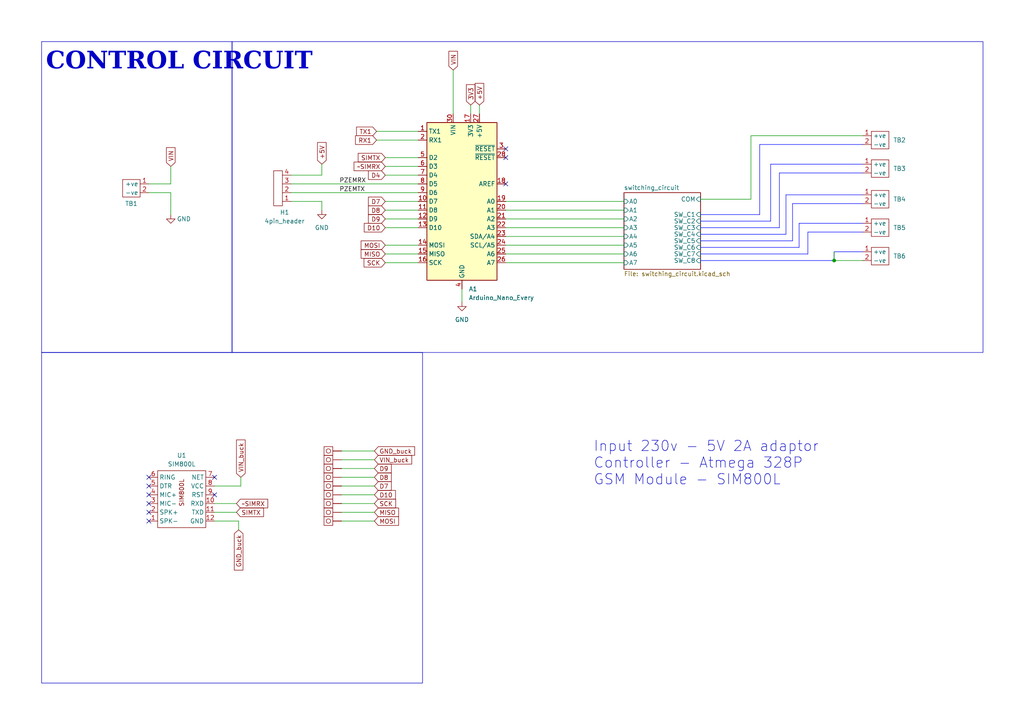
<source format=kicad_sch>
(kicad_sch (version 20230121) (generator eeschema)

  (uuid 5bfe058b-c713-4d0d-aac6-6218903343e2)

  (paper "A4")

  (title_block
    (title "Displacement power factor correction - CONTROL CIRCUIT")
    (date "2024-03-05")
    (rev "V0B")
    (company "Electrical and Electronics Engineering - NMAMIT Nitte")
  )

  (lib_symbols
    (symbol "Connector:1pin_header" (pin_numbers hide) (in_bom yes) (on_board yes)
      (property "Reference" "H" (at 0 5.715 0)
        (effects (font (size 1.27 1.27)))
      )
      (property "Value" "1pin_header" (at 0 10.16 0)
        (effects (font (size 1.27 1.27)) hide)
      )
      (property "Footprint" "Custom Library:1pin_header" (at 0 12.7 0)
        (effects (font (size 1.27 1.27)) hide)
      )
      (property "Datasheet" "" (at 0 0 0)
        (effects (font (size 1.27 1.27)) hide)
      )
      (symbol "1pin_header_0_1"
        (rectangle (start -1.27 5.08) (end 1.27 2.54)
          (stroke (width 0) (type default))
          (fill (type none))
        )
        (circle (center 0 3.81) (radius 0.635)
          (stroke (width 0) (type default))
          (fill (type none))
        )
      )
      (symbol "1pin_header_1_1"
        (pin input line (at -3.81 3.81 0) (length 2.54)
          (name "" (effects (font (size 1.27 1.27))))
          (number "1" (effects (font (size 1.27 1.27))))
        )
      )
    )
    (symbol "Connector:4pin_header" (in_bom yes) (on_board yes)
      (property "Reference" "H" (at 0 7.62 0)
        (effects (font (size 1.27 1.27)))
      )
      (property "Value" "4pin_header" (at 0 10.16 0)
        (effects (font (size 1.27 1.27)))
      )
      (property "Footprint" "Custom Library:4pin_header" (at 0 12.7 0)
        (effects (font (size 1.27 1.27)) hide)
      )
      (property "Datasheet" "" (at 0 0 0)
        (effects (font (size 1.27 1.27)) hide)
      )
      (symbol "4pin_header_0_1"
        (rectangle (start -1.27 5.08) (end 1.27 -5.08)
          (stroke (width 0) (type default))
          (fill (type none))
        )
      )
      (symbol "4pin_header_1_1"
        (pin input line (at -3.81 3.81 0) (length 2.54)
          (name "" (effects (font (size 1.27 1.27))))
          (number "1" (effects (font (size 1.27 1.27))))
        )
        (pin input line (at -3.81 1.27 0) (length 2.54)
          (name "" (effects (font (size 1.27 1.27))))
          (number "2" (effects (font (size 1.27 1.27))))
        )
        (pin input line (at -3.81 -1.27 0) (length 2.54)
          (name "" (effects (font (size 1.27 1.27))))
          (number "3" (effects (font (size 1.27 1.27))))
        )
        (pin input line (at -3.81 -3.81 0) (length 2.54)
          (name "" (effects (font (size 1.27 1.27))))
          (number "4" (effects (font (size 1.27 1.27))))
        )
      )
    )
    (symbol "Connector:terminal_block_2pos" (in_bom yes) (on_board yes)
      (property "Reference" "TB" (at 3.81 -3.81 0)
        (effects (font (size 1.27 1.27)))
      )
      (property "Value" "Terminal_block_2pos" (at 12.7 -6.35 0)
        (effects (font (size 1.27 1.27)) hide)
      )
      (property "Footprint" "Custom Library:TB_2pin" (at 13.97 -8.89 0)
        (effects (font (size 1.27 1.27)) hide)
      )
      (property "Datasheet" "" (at 0 5.08 0)
        (effects (font (size 1.27 1.27)) hide)
      )
      (symbol "terminal_block_2pos_0_1"
        (rectangle (start -2.54 2.54) (end 2.54 -2.54)
          (stroke (width 0) (type default))
          (fill (type none))
        )
      )
      (symbol "terminal_block_2pos_1_1"
        (pin bidirectional line (at -5.08 1.27 0) (length 2.54)
          (name "+ve" (effects (font (size 1.27 1.27))))
          (number "1" (effects (font (size 1.27 1.27))))
        )
        (pin bidirectional line (at -5.08 -1.27 0) (length 2.54)
          (name "-ve" (effects (font (size 1.27 1.27))))
          (number "2" (effects (font (size 1.27 1.27))))
        )
      )
    )
    (symbol "Device:SIM800L_GSM" (in_bom yes) (on_board yes)
      (property "Reference" "U" (at 12.7 -16.51 0)
        (effects (font (size 1.27 1.27)))
      )
      (property "Value" "SIM800L" (at 16.51 -18.415 0)
        (effects (font (size 1.27 1.27)))
      )
      (property "Footprint" "GSM M1:GSM M1" (at 3.175 -16.51 0)
        (effects (font (size 1.27 1.27)) hide)
      )
      (property "Datasheet" "" (at 0 0 0)
        (effects (font (size 1.27 1.27)) hide)
      )
      (symbol "SIM800L_GSM_0_1"
        (rectangle (start -2.54 1.905) (end 11.43 -14.605)
          (stroke (width 0) (type default))
          (fill (type none))
        )
      )
      (symbol "SIM800L_GSM_1_1"
        (text "SIM800L" (at 4.445 -4.445 900)
          (effects (font (size 1.27 1.27)))
        )
        (pin input line (at -5.08 -12.7 0) (length 2.54)
          (name "SPK-" (effects (font (size 1.27 1.27))))
          (number "1" (effects (font (size 1.27 1.27))))
        )
        (pin input line (at 13.97 -7.62 180) (length 2.54)
          (name "RXD" (effects (font (size 1.27 1.27))))
          (number "10" (effects (font (size 1.27 1.27))))
        )
        (pin input line (at 13.97 -10.16 180) (length 2.54)
          (name "TXD" (effects (font (size 1.27 1.27))))
          (number "11" (effects (font (size 1.27 1.27))))
        )
        (pin input line (at 13.97 -12.7 180) (length 2.54)
          (name "GND" (effects (font (size 1.27 1.27))))
          (number "12" (effects (font (size 1.27 1.27))))
        )
        (pin input line (at -5.08 -10.16 0) (length 2.54)
          (name "SPK+" (effects (font (size 1.27 1.27))))
          (number "2" (effects (font (size 1.27 1.27))))
        )
        (pin input line (at -5.08 -7.62 0) (length 2.54)
          (name "MIC-" (effects (font (size 1.27 1.27))))
          (number "3" (effects (font (size 1.27 1.27))))
        )
        (pin input line (at -5.08 -5.08 0) (length 2.54)
          (name "MIC+" (effects (font (size 1.27 1.27))))
          (number "4" (effects (font (size 1.27 1.27))))
        )
        (pin input line (at -5.08 -2.54 0) (length 2.54)
          (name "DTR" (effects (font (size 1.27 1.27))))
          (number "5" (effects (font (size 1.27 1.27))))
        )
        (pin input line (at -5.08 0 0) (length 2.54)
          (name "RING" (effects (font (size 1.27 1.27))))
          (number "6" (effects (font (size 1.27 1.27))))
        )
        (pin input line (at 13.97 0 180) (length 2.54)
          (name "NET" (effects (font (size 1.27 1.27))))
          (number "7" (effects (font (size 1.27 1.27))))
        )
        (pin input line (at 13.97 -2.54 180) (length 2.54)
          (name "VCC" (effects (font (size 1.27 1.27))))
          (number "8" (effects (font (size 1.27 1.27))))
        )
        (pin input line (at 13.97 -5.08 180) (length 2.54)
          (name "RST" (effects (font (size 1.27 1.27))))
          (number "9" (effects (font (size 1.27 1.27))))
        )
      )
    )
    (symbol "MCU_Module:Arduino_Nano_Every" (in_bom yes) (on_board yes)
      (property "Reference" "A" (at -10.16 23.495 0)
        (effects (font (size 1.27 1.27)) (justify left bottom))
      )
      (property "Value" "Arduino_Nano_Every" (at 5.08 -24.13 0)
        (effects (font (size 1.27 1.27)) (justify left top))
      )
      (property "Footprint" "Module:Arduino_Nano" (at 0 0 0)
        (effects (font (size 1.27 1.27) italic) hide)
      )
      (property "Datasheet" "https://content.arduino.cc/assets/NANOEveryV3.0_sch.pdf" (at 0 0 0)
        (effects (font (size 1.27 1.27)) hide)
      )
      (property "ki_keywords" "Arduino nano microcontroller module USB UPDI AATMega4809 AVR" (at 0 0 0)
        (effects (font (size 1.27 1.27)) hide)
      )
      (property "ki_description" "Arduino Nano Every" (at 0 0 0)
        (effects (font (size 1.27 1.27)) hide)
      )
      (property "ki_fp_filters" "Arduino*Nano*" (at 0 0 0)
        (effects (font (size 1.27 1.27)) hide)
      )
      (symbol "Arduino_Nano_Every_0_1"
        (rectangle (start -10.16 22.86) (end 10.16 -22.86)
          (stroke (width 0.254) (type default))
          (fill (type background))
        )
      )
      (symbol "Arduino_Nano_Every_1_1"
        (pin bidirectional line (at -12.7 20.32 0) (length 2.54)
          (name "TX1" (effects (font (size 1.27 1.27))))
          (number "1" (effects (font (size 1.27 1.27))))
        )
        (pin bidirectional line (at -12.7 0 0) (length 2.54)
          (name "D7" (effects (font (size 1.27 1.27))))
          (number "10" (effects (font (size 1.27 1.27))))
        )
        (pin bidirectional line (at -12.7 -2.54 0) (length 2.54)
          (name "D8" (effects (font (size 1.27 1.27))))
          (number "11" (effects (font (size 1.27 1.27))))
        )
        (pin bidirectional line (at -12.7 -5.08 0) (length 2.54)
          (name "D9" (effects (font (size 1.27 1.27))))
          (number "12" (effects (font (size 1.27 1.27))))
        )
        (pin bidirectional line (at -12.7 -7.62 0) (length 2.54)
          (name "D10" (effects (font (size 1.27 1.27))))
          (number "13" (effects (font (size 1.27 1.27))))
        )
        (pin bidirectional line (at -12.7 -12.7 0) (length 2.54)
          (name "MOSI" (effects (font (size 1.27 1.27))))
          (number "14" (effects (font (size 1.27 1.27))))
        )
        (pin bidirectional line (at -12.7 -15.24 0) (length 2.54)
          (name "MISO" (effects (font (size 1.27 1.27))))
          (number "15" (effects (font (size 1.27 1.27))))
        )
        (pin bidirectional line (at -12.7 -17.78 0) (length 2.54)
          (name "SCK" (effects (font (size 1.27 1.27))))
          (number "16" (effects (font (size 1.27 1.27))))
        )
        (pin power_out line (at 2.54 25.4 270) (length 2.54)
          (name "3V3" (effects (font (size 1.27 1.27))))
          (number "17" (effects (font (size 1.27 1.27))))
        )
        (pin input line (at 12.7 5.08 180) (length 2.54)
          (name "AREF" (effects (font (size 1.27 1.27))))
          (number "18" (effects (font (size 1.27 1.27))))
        )
        (pin bidirectional line (at 12.7 0 180) (length 2.54)
          (name "A0" (effects (font (size 1.27 1.27))))
          (number "19" (effects (font (size 1.27 1.27))))
        )
        (pin bidirectional line (at -12.7 17.78 0) (length 2.54)
          (name "RX1" (effects (font (size 1.27 1.27))))
          (number "2" (effects (font (size 1.27 1.27))))
        )
        (pin bidirectional line (at 12.7 -2.54 180) (length 2.54)
          (name "A1" (effects (font (size 1.27 1.27))))
          (number "20" (effects (font (size 1.27 1.27))))
        )
        (pin bidirectional line (at 12.7 -5.08 180) (length 2.54)
          (name "A2" (effects (font (size 1.27 1.27))))
          (number "21" (effects (font (size 1.27 1.27))))
        )
        (pin bidirectional line (at 12.7 -7.62 180) (length 2.54)
          (name "A3" (effects (font (size 1.27 1.27))))
          (number "22" (effects (font (size 1.27 1.27))))
        )
        (pin bidirectional line (at 12.7 -10.16 180) (length 2.54)
          (name "SDA/A4" (effects (font (size 1.27 1.27))))
          (number "23" (effects (font (size 1.27 1.27))))
        )
        (pin bidirectional line (at 12.7 -12.7 180) (length 2.54)
          (name "SCL/A5" (effects (font (size 1.27 1.27))))
          (number "24" (effects (font (size 1.27 1.27))))
        )
        (pin bidirectional line (at 12.7 -15.24 180) (length 2.54)
          (name "A6" (effects (font (size 1.27 1.27))))
          (number "25" (effects (font (size 1.27 1.27))))
        )
        (pin bidirectional line (at 12.7 -17.78 180) (length 2.54)
          (name "A7" (effects (font (size 1.27 1.27))))
          (number "26" (effects (font (size 1.27 1.27))))
        )
        (pin power_out line (at 5.08 25.4 270) (length 2.54)
          (name "+5V" (effects (font (size 1.27 1.27))))
          (number "27" (effects (font (size 1.27 1.27))))
        )
        (pin input line (at 12.7 12.7 180) (length 2.54)
          (name "~{RESET}" (effects (font (size 1.27 1.27))))
          (number "28" (effects (font (size 1.27 1.27))))
        )
        (pin passive line (at 0 -25.4 90) (length 2.54) hide
          (name "GND" (effects (font (size 1.27 1.27))))
          (number "29" (effects (font (size 1.27 1.27))))
        )
        (pin input line (at 12.7 15.24 180) (length 2.54)
          (name "~{RESET}" (effects (font (size 1.27 1.27))))
          (number "3" (effects (font (size 1.27 1.27))))
        )
        (pin power_in line (at -2.54 25.4 270) (length 2.54)
          (name "VIN" (effects (font (size 1.27 1.27))))
          (number "30" (effects (font (size 1.27 1.27))))
        )
        (pin power_in line (at 0 -25.4 90) (length 2.54)
          (name "GND" (effects (font (size 1.27 1.27))))
          (number "4" (effects (font (size 1.27 1.27))))
        )
        (pin bidirectional line (at -12.7 12.7 0) (length 2.54)
          (name "D2" (effects (font (size 1.27 1.27))))
          (number "5" (effects (font (size 1.27 1.27))))
        )
        (pin bidirectional line (at -12.7 10.16 0) (length 2.54)
          (name "D3" (effects (font (size 1.27 1.27))))
          (number "6" (effects (font (size 1.27 1.27))))
        )
        (pin bidirectional line (at -12.7 7.62 0) (length 2.54)
          (name "D4" (effects (font (size 1.27 1.27))))
          (number "7" (effects (font (size 1.27 1.27))))
        )
        (pin bidirectional line (at -12.7 5.08 0) (length 2.54)
          (name "D5" (effects (font (size 1.27 1.27))))
          (number "8" (effects (font (size 1.27 1.27))))
        )
        (pin bidirectional line (at -12.7 2.54 0) (length 2.54)
          (name "D6" (effects (font (size 1.27 1.27))))
          (number "9" (effects (font (size 1.27 1.27))))
        )
      )
    )
    (symbol "power:GND" (power) (pin_names (offset 0)) (in_bom yes) (on_board yes)
      (property "Reference" "#PWR" (at 0 -6.35 0)
        (effects (font (size 1.27 1.27)) hide)
      )
      (property "Value" "GND" (at 0 -3.81 0)
        (effects (font (size 1.27 1.27)))
      )
      (property "Footprint" "" (at 0 0 0)
        (effects (font (size 1.27 1.27)) hide)
      )
      (property "Datasheet" "" (at 0 0 0)
        (effects (font (size 1.27 1.27)) hide)
      )
      (property "ki_keywords" "global power" (at 0 0 0)
        (effects (font (size 1.27 1.27)) hide)
      )
      (property "ki_description" "Power symbol creates a global label with name \"GND\" , ground" (at 0 0 0)
        (effects (font (size 1.27 1.27)) hide)
      )
      (symbol "GND_0_1"
        (polyline
          (pts
            (xy 0 0)
            (xy 0 -1.27)
            (xy 1.27 -1.27)
            (xy 0 -2.54)
            (xy -1.27 -1.27)
            (xy 0 -1.27)
          )
          (stroke (width 0) (type default))
          (fill (type none))
        )
      )
      (symbol "GND_1_1"
        (pin power_in line (at 0 0 270) (length 0) hide
          (name "GND" (effects (font (size 1.27 1.27))))
          (number "1" (effects (font (size 1.27 1.27))))
        )
      )
    )
  )

  (junction (at 241.935 75.565) (diameter 0) (color 0 0 0 0)
    (uuid 0e395cc3-8239-4d5d-b0e9-00f97b69cd47)
  )

  (no_connect (at 43.18 143.51) (uuid 0a51ffbc-940c-4e85-ac77-f555fef79df4))
  (no_connect (at 43.18 140.97) (uuid 14bf69cb-62f2-40f0-b476-02bd34cdbc8f))
  (no_connect (at 146.685 53.34) (uuid 206e0ac3-81da-4f20-8495-4c2a82388cec))
  (no_connect (at 146.685 45.72) (uuid 30c0af49-53f4-40f8-bbe7-9717b6799ce3))
  (no_connect (at 62.23 143.51) (uuid 3dff2ce6-0b74-4c2a-8e82-ee398e3efe67))
  (no_connect (at 146.685 43.18) (uuid 4a506262-11c9-488f-862a-d5fe34b5a808))
  (no_connect (at 62.23 138.43) (uuid 91e3db6b-1d01-4790-b173-2b45e56a3644))
  (no_connect (at 43.18 146.05) (uuid 9c66e214-a075-49c7-9eb4-2754bf663445))
  (no_connect (at 43.18 151.13) (uuid 9e846224-aa82-4932-8b0e-25f6d81e4929))
  (no_connect (at 43.18 148.59) (uuid b9b348aa-b311-4cf9-909c-98917fed900c))
  (no_connect (at 43.18 138.43) (uuid d2134096-b54e-4dbe-97fa-858887aa9b99))

  (wire (pts (xy 146.685 58.42) (xy 180.975 58.42))
    (stroke (width 0) (type default))
    (uuid 00fc7134-056c-4fca-b1bc-d241545025b7)
  )
  (wire (pts (xy 146.685 66.04) (xy 180.975 66.04))
    (stroke (width 0) (type default))
    (uuid 01168cd6-5e7f-4ba7-b27c-6d2f9d7aaa79)
  )
  (wire (pts (xy 203.2 62.23) (xy 220.345 62.23))
    (stroke (width 0) (type default) (color 0 7 255 1))
    (uuid 0ef2bffc-5ae2-4c69-a007-43c92fbeef1f)
  )
  (wire (pts (xy 109.22 40.64) (xy 121.285 40.64))
    (stroke (width 0) (type default))
    (uuid 17186b3d-4dbd-4c15-b3c6-b73879d0b14c)
  )
  (wire (pts (xy 49.53 48.26) (xy 49.53 53.34))
    (stroke (width 0) (type default))
    (uuid 185ee490-c55c-446a-b1eb-f8880b45e2ab)
  )
  (wire (pts (xy 93.345 58.42) (xy 93.345 60.96))
    (stroke (width 0) (type default))
    (uuid 1a8fa27f-0789-4518-bd1b-ab6d743dac0a)
  )
  (wire (pts (xy 108.585 138.43) (xy 99.06 138.43))
    (stroke (width 0) (type default))
    (uuid 1ebb6cbb-2f55-45c4-8cf8-886b3f0cdeea)
  )
  (wire (pts (xy 62.23 146.05) (xy 68.58 146.05))
    (stroke (width 0) (type default))
    (uuid 20afb33b-1ef5-47d9-9f13-6734941b56f2)
  )
  (wire (pts (xy 241.935 73.025) (xy 250.19 73.025))
    (stroke (width 0) (type default) (color 0 7 255 1))
    (uuid 23906705-629d-42e8-91c8-3cc19093e74a)
  )
  (wire (pts (xy 49.53 53.34) (xy 43.18 53.34))
    (stroke (width 0) (type default))
    (uuid 23c93614-4a60-4db9-bd4b-93a00ed8a289)
  )
  (wire (pts (xy 217.805 39.37) (xy 217.805 57.785))
    (stroke (width 0) (type default))
    (uuid 24dae910-3a22-4172-968d-78de6a425521)
  )
  (wire (pts (xy 146.685 76.2) (xy 180.975 76.2))
    (stroke (width 0) (type default))
    (uuid 2dd8cbb7-ef8b-4981-b4a9-ef694cd131fa)
  )
  (wire (pts (xy 133.985 83.82) (xy 133.985 87.63))
    (stroke (width 0) (type default))
    (uuid 2fc5b23e-9e9c-420f-b5cc-5e50bde2a1e5)
  )
  (wire (pts (xy 69.215 151.13) (xy 69.215 153.67))
    (stroke (width 0) (type default))
    (uuid 303bfeed-ba06-46ed-ad58-78f9b633d686)
  )
  (wire (pts (xy 84.455 50.8) (xy 93.345 50.8))
    (stroke (width 0) (type default))
    (uuid 386d9ba6-f354-44a0-a3e5-cef9b345e89d)
  )
  (wire (pts (xy 93.345 50.8) (xy 93.345 47.625))
    (stroke (width 0) (type default))
    (uuid 3bb61346-df7e-4a3b-83cd-65dec2d4f155)
  )
  (wire (pts (xy 99.06 148.59) (xy 108.585 148.59))
    (stroke (width 0) (type default))
    (uuid 3d8b490b-10e4-4e80-b027-3992d0aa2cce)
  )
  (wire (pts (xy 229.87 69.85) (xy 229.87 59.055))
    (stroke (width 0) (type default) (color 0 7 255 1))
    (uuid 3f3953c4-6f6f-4c98-9e16-e0a1b1e750c2)
  )
  (wire (pts (xy 111.76 60.96) (xy 121.285 60.96))
    (stroke (width 0) (type default))
    (uuid 431346ca-b555-4829-b757-4d79306a196b)
  )
  (wire (pts (xy 203.2 71.755) (xy 231.775 71.755))
    (stroke (width 0) (type default) (color 0 7 255 1))
    (uuid 4391fa03-aa90-404e-a350-cd193604c7cf)
  )
  (wire (pts (xy 62.23 148.59) (xy 68.58 148.59))
    (stroke (width 0) (type default))
    (uuid 4473ba08-4ea1-44a5-8be9-a977c63bbd09)
  )
  (wire (pts (xy 108.585 135.89) (xy 99.06 135.89))
    (stroke (width 0) (type default))
    (uuid 46ac66e8-61c3-4576-94ac-0aade1f967ee)
  )
  (wire (pts (xy 203.2 69.85) (xy 229.87 69.85))
    (stroke (width 0) (type default) (color 0 7 255 1))
    (uuid 47ab33a9-a572-4747-b854-96ec862d44fd)
  )
  (wire (pts (xy 111.76 66.04) (xy 121.285 66.04))
    (stroke (width 0) (type default))
    (uuid 49cbf31f-16c8-441d-8267-a852b7d90720)
  )
  (wire (pts (xy 69.85 140.97) (xy 69.85 138.43))
    (stroke (width 0) (type default))
    (uuid 5474bec5-119a-4871-915d-0cc10d794f4b)
  )
  (wire (pts (xy 84.455 58.42) (xy 93.345 58.42))
    (stroke (width 0) (type default))
    (uuid 56eed029-95a0-4858-b3a3-e2d5f4c01974)
  )
  (wire (pts (xy 99.06 143.51) (xy 108.585 143.51))
    (stroke (width 0) (type default))
    (uuid 5953b6e9-928a-4ecf-93e8-f99809ac7232)
  )
  (wire (pts (xy 231.775 64.77) (xy 250.19 64.77))
    (stroke (width 0) (type default) (color 0 7 255 1))
    (uuid 5a6386cc-ec97-41ca-aadb-9a930876be25)
  )
  (wire (pts (xy 43.18 55.88) (xy 49.53 55.88))
    (stroke (width 0) (type default))
    (uuid 5ac5c3db-15e3-469d-901d-c21feff37c15)
  )
  (wire (pts (xy 146.685 60.96) (xy 180.975 60.96))
    (stroke (width 0) (type default))
    (uuid 5b84e3e3-a071-479b-a268-b51447a5ecd4)
  )
  (wire (pts (xy 139.065 30.48) (xy 139.065 33.02))
    (stroke (width 0) (type default))
    (uuid 5d5ab419-9be5-4d80-9612-d0d2cd94fc92)
  )
  (wire (pts (xy 234.315 73.66) (xy 234.315 67.31))
    (stroke (width 0) (type default) (color 0 7 255 1))
    (uuid 5ff7191c-e8af-4f7b-af6c-d0d3488c2ea2)
  )
  (wire (pts (xy 203.2 75.565) (xy 241.935 75.565))
    (stroke (width 0) (type default) (color 0 7 255 1))
    (uuid 651b3bca-dbd2-478d-8519-b27b38b807b3)
  )
  (wire (pts (xy 220.345 41.91) (xy 250.19 41.91))
    (stroke (width 0) (type default) (color 0 7 255 1))
    (uuid 65acde3d-247c-401d-9c87-274b156bf614)
  )
  (wire (pts (xy 203.2 64.135) (xy 223.52 64.135))
    (stroke (width 0) (type default) (color 0 7 255 1))
    (uuid 672be004-812c-4fc9-8dac-32417b7d23c6)
  )
  (wire (pts (xy 146.685 71.12) (xy 180.975 71.12))
    (stroke (width 0) (type default))
    (uuid 67ddec02-6b2e-4cdd-97e3-f99df8b1f035)
  )
  (wire (pts (xy 131.445 20.32) (xy 131.445 33.02))
    (stroke (width 0) (type default))
    (uuid 6c89b5b5-d1ad-45eb-99d8-34895cf57bad)
  )
  (wire (pts (xy 111.76 76.2) (xy 121.285 76.2))
    (stroke (width 0) (type default))
    (uuid 6db4cddc-035a-4739-9b6c-80b7907c2f41)
  )
  (wire (pts (xy 99.06 133.35) (xy 108.585 133.35))
    (stroke (width 0) (type default))
    (uuid 72671da6-0e26-470e-9bde-2e5f424252f4)
  )
  (wire (pts (xy 241.935 73.025) (xy 241.935 75.565))
    (stroke (width 0) (type default) (color 0 7 255 1))
    (uuid 74e5920c-02d3-4e3c-8620-22953e1d7649)
  )
  (wire (pts (xy 226.06 66.04) (xy 203.2 66.04))
    (stroke (width 0) (type default) (color 0 7 255 1))
    (uuid 77699ab1-cbbc-4178-85b5-d58ebeb99b20)
  )
  (wire (pts (xy 121.285 58.42) (xy 111.76 58.42))
    (stroke (width 0) (type default))
    (uuid 7ab3033e-b336-4da0-a8b0-420b77469a10)
  )
  (wire (pts (xy 111.76 48.26) (xy 121.285 48.26))
    (stroke (width 0) (type default))
    (uuid 7e22efb0-c551-4e7f-8d72-68d229089fee)
  )
  (wire (pts (xy 146.685 68.58) (xy 180.975 68.58))
    (stroke (width 0) (type default))
    (uuid 7ec2f4c3-bb2d-4b01-a13f-46d7cc3eeb30)
  )
  (wire (pts (xy 234.315 67.31) (xy 250.19 67.31))
    (stroke (width 0) (type default) (color 0 7 255 1))
    (uuid 7f50589b-82af-4c96-8109-bbf2532b5f69)
  )
  (wire (pts (xy 203.2 67.945) (xy 227.965 67.945))
    (stroke (width 0) (type default) (color 0 7 255 1))
    (uuid 8663e8fc-d03f-4559-8d46-dc09e76ad7f9)
  )
  (wire (pts (xy 111.76 45.72) (xy 121.285 45.72))
    (stroke (width 0) (type default))
    (uuid 86d7ee0b-aa90-45a3-bfbd-71fbd6aa56eb)
  )
  (wire (pts (xy 226.06 50.165) (xy 250.19 50.165))
    (stroke (width 0) (type default) (color 0 7 255 1))
    (uuid 87fe555c-3baf-4328-a0a8-448b801e2992)
  )
  (wire (pts (xy 241.935 75.565) (xy 250.19 75.565))
    (stroke (width 0) (type default))
    (uuid 8fbe3d9a-f135-4718-9b7d-d4286a8fcbe5)
  )
  (wire (pts (xy 220.345 62.23) (xy 220.345 41.91))
    (stroke (width 0) (type default) (color 0 7 255 1))
    (uuid 950015ad-5a8d-4330-9f5d-435d060db31f)
  )
  (wire (pts (xy 223.52 47.625) (xy 250.19 47.625))
    (stroke (width 0) (type default) (color 0 7 255 1))
    (uuid 9bed6423-3152-4ccb-b2b6-4511d5ab95ed)
  )
  (wire (pts (xy 99.06 130.81) (xy 108.585 130.81))
    (stroke (width 0) (type default))
    (uuid 9c0ac8ff-775e-4f6e-88f7-a3e7551a8cc8)
  )
  (wire (pts (xy 62.23 151.13) (xy 69.215 151.13))
    (stroke (width 0) (type default))
    (uuid a83ca873-fd24-4216-8a9d-6b078a2e698d)
  )
  (wire (pts (xy 99.06 146.05) (xy 108.585 146.05))
    (stroke (width 0) (type default))
    (uuid bd2ec83b-dfd9-4bb1-98d2-176ab3309a30)
  )
  (wire (pts (xy 203.2 73.66) (xy 234.315 73.66))
    (stroke (width 0) (type default) (color 0 7 255 1))
    (uuid befa13a3-c07a-4af7-a4e8-6db622b16749)
  )
  (wire (pts (xy 136.525 30.48) (xy 136.525 33.02))
    (stroke (width 0) (type default))
    (uuid c17a6b7d-b860-4ede-8126-24e94af014eb)
  )
  (wire (pts (xy 146.685 63.5) (xy 180.975 63.5))
    (stroke (width 0) (type default))
    (uuid c1874108-fc03-49f9-af11-f155e44d384a)
  )
  (wire (pts (xy 227.965 56.515) (xy 227.965 67.945))
    (stroke (width 0) (type default) (color 0 7 255 1))
    (uuid c739c2e8-9a7c-4088-b7e7-a69e7ed81139)
  )
  (wire (pts (xy 108.585 140.97) (xy 99.06 140.97))
    (stroke (width 0) (type default))
    (uuid c9d5924d-725d-4f21-8327-14a7357ce1db)
  )
  (wire (pts (xy 203.2 57.785) (xy 217.805 57.785))
    (stroke (width 0) (type default))
    (uuid c9fdb58a-5c10-4fb4-8cd9-7c639ed2924a)
  )
  (wire (pts (xy 84.455 53.34) (xy 121.285 53.34))
    (stroke (width 0) (type default))
    (uuid cebc2ee2-88d7-4882-902e-5bbb53c4077d)
  )
  (wire (pts (xy 49.53 55.88) (xy 49.53 62.23))
    (stroke (width 0) (type default))
    (uuid d5fbad0d-a5ee-4678-b3d7-1aeadbf07385)
  )
  (wire (pts (xy 231.775 71.755) (xy 231.775 64.77))
    (stroke (width 0) (type default) (color 0 7 255 1))
    (uuid d8198a9d-454f-4487-b3ed-502fa26c097c)
  )
  (wire (pts (xy 217.805 39.37) (xy 250.19 39.37))
    (stroke (width 0) (type default))
    (uuid dc3e2c8c-5114-4410-ba8c-8a0627e656d7)
  )
  (wire (pts (xy 241.935 73.025) (xy 241.935 75.565))
    (stroke (width 0) (type default))
    (uuid dc5e292a-52d9-4fc9-b96a-480cd0cd4b9f)
  )
  (wire (pts (xy 226.06 50.165) (xy 226.06 66.04))
    (stroke (width 0) (type default) (color 0 7 255 1))
    (uuid ddccdfa8-a259-455f-8ce2-72efaf2f9773)
  )
  (wire (pts (xy 99.06 151.13) (xy 108.585 151.13))
    (stroke (width 0) (type default))
    (uuid de2e4d53-168a-4233-98af-8d77ff3eb605)
  )
  (wire (pts (xy 111.76 50.8) (xy 121.285 50.8))
    (stroke (width 0) (type default))
    (uuid e02649c5-833e-4c9a-8d3c-f9236f5f83f9)
  )
  (wire (pts (xy 146.685 73.66) (xy 180.975 73.66))
    (stroke (width 0) (type default))
    (uuid e18db981-eb59-4b1c-901e-194ea8ba65df)
  )
  (wire (pts (xy 229.87 59.055) (xy 250.19 59.055))
    (stroke (width 0) (type default) (color 0 7 255 1))
    (uuid e4a92a70-0e0e-4577-89a9-ebf461c33181)
  )
  (wire (pts (xy 109.22 38.1) (xy 121.285 38.1))
    (stroke (width 0) (type default))
    (uuid e7ccf713-e739-4437-aeff-a65c5370131f)
  )
  (wire (pts (xy 121.285 63.5) (xy 111.76 63.5))
    (stroke (width 0) (type default))
    (uuid e81a4fdd-a6b4-4975-9a04-8b6decd188d6)
  )
  (wire (pts (xy 227.965 56.515) (xy 250.19 56.515))
    (stroke (width 0) (type default) (color 0 7 255 1))
    (uuid ecd1f230-2fff-48eb-9bdd-fc1cd0f121fb)
  )
  (wire (pts (xy 111.76 73.66) (xy 121.285 73.66))
    (stroke (width 0) (type default))
    (uuid f353d2c7-6a7b-4729-a36b-1e9990864a92)
  )
  (wire (pts (xy 84.455 55.88) (xy 121.285 55.88))
    (stroke (width 0) (type default))
    (uuid f3cd368f-4908-4c5f-9e7e-fd7862cd996e)
  )
  (wire (pts (xy 223.52 47.625) (xy 223.52 64.135))
    (stroke (width 0) (type default) (color 0 7 255 1))
    (uuid f471ce82-9698-414f-8cbf-466ad3de5360)
  )
  (wire (pts (xy 62.23 140.97) (xy 69.85 140.97))
    (stroke (width 0) (type default))
    (uuid f4783adc-8e43-4588-9361-2dad7e29c0af)
  )
  (wire (pts (xy 111.76 71.12) (xy 121.285 71.12))
    (stroke (width 0) (type default))
    (uuid fa6f9c40-23d0-440e-90bb-92083dcf05d7)
  )

  (rectangle (start 12.065 102.235) (end 122.555 198.12)
    (stroke (width 0) (type default))
    (fill (type none))
    (uuid 2de79596-1e8f-4562-8f4a-1c44889f464d)
  )
  (rectangle (start 12.065 12.065) (end 67.31 102.235)
    (stroke (width 0) (type default))
    (fill (type none))
    (uuid cd4ca054-126e-41a1-bd87-fb5d54af3995)
  )
  (rectangle (start 67.31 12.065) (end 285.115 102.235)
    (stroke (width 0) (type default))
    (fill (type none))
    (uuid df552689-e498-4398-a7e4-b5870775d411)
  )

  (text "Input 230v - 5V 2A adaptor\nController - Atmega 328P\nGSM Module - SIM800L"
    (at 172.085 140.97 0)
    (effects (font (size 3 3)) (justify left bottom))
    (uuid bdc93e6e-0497-4669-88a4-052ea05c161e)
  )
  (text "CONTROL CIRCUIT\n" (at 13.335 22.225 0)
    (effects (font (face "Garamond") (size 5 5) (thickness 1) bold) (justify left bottom))
    (uuid edd4f603-7b91-4083-906b-647f947af019)
  )

  (label "PZEMRX" (at 98.425 53.34 0) (fields_autoplaced)
    (effects (font (size 1.27 1.27)) (justify left bottom))
    (uuid 0b4d80b4-b5ab-47d9-bd02-2b41129c6102)
  )
  (label "PZEMTX" (at 98.425 55.88 0) (fields_autoplaced)
    (effects (font (size 1.27 1.27)) (justify left bottom))
    (uuid 2adf61f0-0a31-4654-94ee-6704677f1aba)
  )

  (global_label "VIN" (shape input) (at 131.445 20.32 90) (fields_autoplaced)
    (effects (font (size 1.27 1.27)) (justify left))
    (uuid 00181990-2e48-4047-818a-08aacb5fe290)
    (property "Intersheetrefs" "${INTERSHEET_REFS}" (at 131.445 14.3903 90)
      (effects (font (size 1.27 1.27)) (justify left) hide)
    )
  )
  (global_label "D7" (shape input) (at 111.76 58.42 180) (fields_autoplaced)
    (effects (font (size 1.27 1.27)) (justify right))
    (uuid 03c7f605-a236-4868-88aa-0bd91801b37d)
    (property "Intersheetrefs" "${INTERSHEET_REFS}" (at 106.3747 58.42 0)
      (effects (font (size 1.27 1.27)) (justify right) hide)
    )
  )
  (global_label "VIN_buck" (shape input) (at 69.85 138.43 90) (fields_autoplaced)
    (effects (font (size 1.27 1.27)) (justify left))
    (uuid 0491ba21-d265-41f8-a3ce-a0752f08a462)
    (property "Intersheetrefs" "${INTERSHEET_REFS}" (at 69.85 127.118 90)
      (effects (font (size 1.27 1.27)) (justify left) hide)
    )
  )
  (global_label "D4" (shape input) (at 111.76 50.8 180) (fields_autoplaced)
    (effects (font (size 1.27 1.27)) (justify right))
    (uuid 1ace0718-7a09-49d5-aece-82aaaf855f92)
    (property "Intersheetrefs" "${INTERSHEET_REFS}" (at 106.3747 50.8 0)
      (effects (font (size 1.27 1.27)) (justify right) hide)
    )
  )
  (global_label "D8" (shape input) (at 108.585 138.43 0) (fields_autoplaced)
    (effects (font (size 1.27 1.27)) (justify left))
    (uuid 2023c772-6101-4cf0-91cf-6e71f796033d)
    (property "Intersheetrefs" "${INTERSHEET_REFS}" (at 113.9703 138.43 0)
      (effects (font (size 1.27 1.27)) (justify left) hide)
    )
  )
  (global_label "SCK" (shape input) (at 111.76 76.2 180) (fields_autoplaced)
    (effects (font (size 1.27 1.27)) (justify right))
    (uuid 2c85f5b5-e885-4c62-a914-1845370e1a65)
    (property "Intersheetrefs" "${INTERSHEET_REFS}" (at 105.1047 76.2 0)
      (effects (font (size 1.27 1.27)) (justify right) hide)
    )
  )
  (global_label "SIMTX" (shape input) (at 111.76 45.72 180) (fields_autoplaced)
    (effects (font (size 1.27 1.27)) (justify right))
    (uuid 39a146e4-2b25-45ac-a673-405a0d024d6d)
    (property "Intersheetrefs" "${INTERSHEET_REFS}" (at 103.4114 45.72 0)
      (effects (font (size 1.27 1.27)) (justify right) hide)
    )
  )
  (global_label "3V3" (shape input) (at 136.525 30.48 90) (fields_autoplaced)
    (effects (font (size 1.27 1.27)) (justify left))
    (uuid 3f04cd48-359e-4e5d-8f45-6984b9d80736)
    (property "Intersheetrefs" "${INTERSHEET_REFS}" (at 136.525 24.0666 90)
      (effects (font (size 1.27 1.27)) (justify left) hide)
    )
  )
  (global_label "~SIMRX" (shape input) (at 111.76 48.26 180) (fields_autoplaced)
    (effects (font (size 1.27 1.27)) (justify right))
    (uuid 5e9e189e-ff1a-4838-9c23-ba20d40cea15)
    (property "Intersheetrefs" "${INTERSHEET_REFS}" (at 102.2019 48.26 0)
      (effects (font (size 1.27 1.27)) (justify right) hide)
    )
  )
  (global_label "D8" (shape input) (at 111.76 60.96 180) (fields_autoplaced)
    (effects (font (size 1.27 1.27)) (justify right))
    (uuid 5ef01753-b5e3-4796-a867-990ab922bdc4)
    (property "Intersheetrefs" "${INTERSHEET_REFS}" (at 106.3747 60.96 0)
      (effects (font (size 1.27 1.27)) (justify right) hide)
    )
  )
  (global_label "SCK" (shape input) (at 108.585 146.05 0) (fields_autoplaced)
    (effects (font (size 1.27 1.27)) (justify left))
    (uuid 69cf99e0-3a22-40e2-a52a-b7934bfe91b2)
    (property "Intersheetrefs" "${INTERSHEET_REFS}" (at 115.2403 146.05 0)
      (effects (font (size 1.27 1.27)) (justify left) hide)
    )
  )
  (global_label "D9" (shape input) (at 108.585 135.89 0) (fields_autoplaced)
    (effects (font (size 1.27 1.27)) (justify left))
    (uuid 722a077b-7d76-47f9-a62c-f49960de7612)
    (property "Intersheetrefs" "${INTERSHEET_REFS}" (at 113.9703 135.89 0)
      (effects (font (size 1.27 1.27)) (justify left) hide)
    )
  )
  (global_label "TX1" (shape input) (at 109.22 38.1 180) (fields_autoplaced)
    (effects (font (size 1.27 1.27)) (justify right))
    (uuid 78d311ac-9129-42d9-ad5c-47c2e9477ce6)
    (property "Intersheetrefs" "${INTERSHEET_REFS}" (at 102.9276 38.1 0)
      (effects (font (size 1.27 1.27)) (justify right) hide)
    )
  )
  (global_label "MISO" (shape input) (at 108.585 148.59 0) (fields_autoplaced)
    (effects (font (size 1.27 1.27)) (justify left))
    (uuid 8137747d-fc4c-4817-9b19-8183afb4a50c)
    (property "Intersheetrefs" "${INTERSHEET_REFS}" (at 116.087 148.59 0)
      (effects (font (size 1.27 1.27)) (justify left) hide)
    )
  )
  (global_label "+5V" (shape input) (at 93.345 47.625 90) (fields_autoplaced)
    (effects (font (size 1.27 1.27)) (justify left))
    (uuid 82a66ec9-8a2b-4b15-ac49-c744e5f81f4d)
    (property "Intersheetrefs" "${INTERSHEET_REFS}" (at 93.345 40.8487 90)
      (effects (font (size 1.27 1.27)) (justify left) hide)
    )
  )
  (global_label "VIN" (shape input) (at 49.53 48.26 90) (fields_autoplaced)
    (effects (font (size 1.27 1.27)) (justify left))
    (uuid 95383707-20e8-48c3-a9c4-1478a2c67225)
    (property "Intersheetrefs" "${INTERSHEET_REFS}" (at 49.53 42.3303 90)
      (effects (font (size 1.27 1.27)) (justify left) hide)
    )
  )
  (global_label "D7" (shape input) (at 108.585 140.97 0) (fields_autoplaced)
    (effects (font (size 1.27 1.27)) (justify left))
    (uuid 9e69cd52-3575-475a-8d86-2fb937a704f4)
    (property "Intersheetrefs" "${INTERSHEET_REFS}" (at 113.9703 140.97 0)
      (effects (font (size 1.27 1.27)) (justify left) hide)
    )
  )
  (global_label "D9" (shape input) (at 111.76 63.5 180) (fields_autoplaced)
    (effects (font (size 1.27 1.27)) (justify right))
    (uuid a038d9ac-7fd2-4702-8cd4-a3177dd42df8)
    (property "Intersheetrefs" "${INTERSHEET_REFS}" (at 106.3747 63.5 0)
      (effects (font (size 1.27 1.27)) (justify right) hide)
    )
  )
  (global_label "GND_buck" (shape input) (at 69.215 153.67 270) (fields_autoplaced)
    (effects (font (size 1.27 1.27)) (justify right))
    (uuid a0b69a3b-ccd9-4272-a490-090c2a2c8879)
    (property "Intersheetrefs" "${INTERSHEET_REFS}" (at 69.215 165.8286 90)
      (effects (font (size 1.27 1.27)) (justify right) hide)
    )
  )
  (global_label "~SIMRX" (shape input) (at 68.58 146.05 0) (fields_autoplaced)
    (effects (font (size 1.27 1.27)) (justify left))
    (uuid a2f8aeda-3062-42fe-8927-431ddab282dd)
    (property "Intersheetrefs" "${INTERSHEET_REFS}" (at 78.1381 146.05 0)
      (effects (font (size 1.27 1.27)) (justify left) hide)
    )
  )
  (global_label "GND_buck" (shape input) (at 108.585 130.81 0) (fields_autoplaced)
    (effects (font (size 1.27 1.27)) (justify left))
    (uuid a4fa5295-24e3-4927-98a6-868727941bf5)
    (property "Intersheetrefs" "${INTERSHEET_REFS}" (at 120.7436 130.81 0)
      (effects (font (size 1.27 1.27)) (justify left) hide)
    )
  )
  (global_label "SIMTX" (shape input) (at 68.58 148.59 0) (fields_autoplaced)
    (effects (font (size 1.27 1.27)) (justify left))
    (uuid b76c72e8-5b14-442d-b0aa-bcecedd338d1)
    (property "Intersheetrefs" "${INTERSHEET_REFS}" (at 76.9286 148.59 0)
      (effects (font (size 1.27 1.27)) (justify left) hide)
    )
  )
  (global_label "D10" (shape input) (at 108.585 143.51 0) (fields_autoplaced)
    (effects (font (size 1.27 1.27)) (justify left))
    (uuid b9a36316-201f-4f50-9b8a-b681e9291df0)
    (property "Intersheetrefs" "${INTERSHEET_REFS}" (at 115.1798 143.51 0)
      (effects (font (size 1.27 1.27)) (justify left) hide)
    )
  )
  (global_label "MOSI" (shape input) (at 111.76 71.12 180) (fields_autoplaced)
    (effects (font (size 1.27 1.27)) (justify right))
    (uuid c0ed8c58-ecde-4bbd-9e8f-2c8a50098c5c)
    (property "Intersheetrefs" "${INTERSHEET_REFS}" (at 104.258 71.12 0)
      (effects (font (size 1.27 1.27)) (justify right) hide)
    )
  )
  (global_label "+5V" (shape input) (at 139.065 30.48 90) (fields_autoplaced)
    (effects (font (size 1.27 1.27)) (justify left))
    (uuid c6f5f5c9-4967-43ee-82ce-3e4e0036ffec)
    (property "Intersheetrefs" "${INTERSHEET_REFS}" (at 139.065 23.7037 90)
      (effects (font (size 1.27 1.27)) (justify left) hide)
    )
  )
  (global_label "RX1" (shape input) (at 109.22 40.64 180) (fields_autoplaced)
    (effects (font (size 1.27 1.27)) (justify right))
    (uuid d08b6648-fcf9-46df-a17a-88906517b836)
    (property "Intersheetrefs" "${INTERSHEET_REFS}" (at 102.6252 40.64 0)
      (effects (font (size 1.27 1.27)) (justify right) hide)
    )
  )
  (global_label "MOSI" (shape input) (at 108.585 151.13 0) (fields_autoplaced)
    (effects (font (size 1.27 1.27)) (justify left))
    (uuid d92fb3d2-21ea-4002-91e3-0aae1b2a1ba6)
    (property "Intersheetrefs" "${INTERSHEET_REFS}" (at 116.087 151.13 0)
      (effects (font (size 1.27 1.27)) (justify left) hide)
    )
  )
  (global_label "D10" (shape input) (at 111.76 66.04 180) (fields_autoplaced)
    (effects (font (size 1.27 1.27)) (justify right))
    (uuid ed322d83-1610-4556-9d1e-593a831356fa)
    (property "Intersheetrefs" "${INTERSHEET_REFS}" (at 105.1652 66.04 0)
      (effects (font (size 1.27 1.27)) (justify right) hide)
    )
  )
  (global_label "MISO" (shape input) (at 111.76 73.66 180) (fields_autoplaced)
    (effects (font (size 1.27 1.27)) (justify right))
    (uuid f85435d9-2999-4065-ad59-23e64b5d4c29)
    (property "Intersheetrefs" "${INTERSHEET_REFS}" (at 104.258 73.66 0)
      (effects (font (size 1.27 1.27)) (justify right) hide)
    )
  )
  (global_label "VIN_buck" (shape input) (at 108.585 133.35 0) (fields_autoplaced)
    (effects (font (size 1.27 1.27)) (justify left))
    (uuid f95bd671-1239-4dca-880e-3d21ab40497b)
    (property "Intersheetrefs" "${INTERSHEET_REFS}" (at 119.897 133.35 0)
      (effects (font (size 1.27 1.27)) (justify left) hide)
    )
  )

  (symbol (lib_id "Connector:1pin_header") (at 95.25 147.32 180) (unit 1)
    (in_bom yes) (on_board yes) (dnp no) (fields_autoplaced)
    (uuid 0ed40126-ceea-49fc-9449-96c31ddfe386)
    (property "Reference" "H8" (at 95.25 154.94 0)
      (effects (font (size 1.27 1.27)) hide)
    )
    (property "Value" "1pin_header" (at 95.25 157.48 0)
      (effects (font (size 1.27 1.27)) hide)
    )
    (property "Footprint" "Custom Library:1pin_header" (at 95.25 160.02 0)
      (effects (font (size 1.27 1.27)) hide)
    )
    (property "Datasheet" "" (at 95.25 147.32 0)
      (effects (font (size 1.27 1.27)) hide)
    )
    (pin "1" (uuid b1c2dd38-59e1-4a47-b27e-218f72e0099b))
    (instances
      (project "RPFC_V0A"
        (path "/5bfe058b-c713-4d0d-aac6-6218903343e2"
          (reference "H8") (unit 1)
        )
      )
    )
  )

  (symbol (lib_id "Connector:1pin_header") (at 95.25 134.62 180) (unit 1)
    (in_bom yes) (on_board yes) (dnp no) (fields_autoplaced)
    (uuid 1fdb902b-e4ea-4c3b-9c58-80037f849d8d)
    (property "Reference" "H3" (at 95.25 142.24 0)
      (effects (font (size 1.27 1.27)) hide)
    )
    (property "Value" "1pin_header" (at 95.25 144.78 0)
      (effects (font (size 1.27 1.27)) hide)
    )
    (property "Footprint" "Custom Library:1pin_header" (at 95.25 147.32 0)
      (effects (font (size 1.27 1.27)) hide)
    )
    (property "Datasheet" "" (at 95.25 134.62 0)
      (effects (font (size 1.27 1.27)) hide)
    )
    (pin "1" (uuid 122c747b-4071-45dd-9cee-0e4ac1940455))
    (instances
      (project "RPFC_V0A"
        (path "/5bfe058b-c713-4d0d-aac6-6218903343e2"
          (reference "H3") (unit 1)
        )
      )
    )
  )

  (symbol (lib_id "Connector:terminal_block_2pos") (at 38.1 54.61 0) (mirror y) (unit 1)
    (in_bom yes) (on_board yes) (dnp no)
    (uuid 279cae84-13bd-4bcc-8325-2c581f60b033)
    (property "Reference" "TB1" (at 38.1 59.055 0)
      (effects (font (size 1.27 1.27)))
    )
    (property "Value" "Terminal_block_2pos" (at 25.4 60.96 0)
      (effects (font (size 1.27 1.27)) hide)
    )
    (property "Footprint" "Custom Library:TB_2pin" (at 24.13 63.5 0)
      (effects (font (size 1.27 1.27)) hide)
    )
    (property "Datasheet" "" (at 38.1 49.53 0)
      (effects (font (size 1.27 1.27)) hide)
    )
    (pin "1" (uuid ed81e163-4de1-4197-a11e-076c047e5987))
    (pin "2" (uuid 4b29a8cc-216b-4934-be6e-2f64181bd00c))
    (instances
      (project "RPFC_V0A"
        (path "/5bfe058b-c713-4d0d-aac6-6218903343e2"
          (reference "TB1") (unit 1)
        )
      )
    )
  )

  (symbol (lib_id "Connector:terminal_block_2pos") (at 255.27 40.64 0) (unit 1)
    (in_bom yes) (on_board yes) (dnp no) (fields_autoplaced)
    (uuid 2e79abfe-eb5e-4b3e-973e-50c02c087bab)
    (property "Reference" "TB2" (at 259.08 40.64 0)
      (effects (font (size 1.27 1.27)) (justify left))
    )
    (property "Value" "Terminal_block_2pos" (at 267.97 46.99 0)
      (effects (font (size 1.27 1.27)) hide)
    )
    (property "Footprint" "Custom Library:TB_2pin" (at 269.24 49.53 0)
      (effects (font (size 1.27 1.27)) hide)
    )
    (property "Datasheet" "" (at 255.27 35.56 0)
      (effects (font (size 1.27 1.27)) hide)
    )
    (pin "1" (uuid 2a8eaf56-985b-4be1-ab23-1fddac8a4f79))
    (pin "2" (uuid 80e2ecf6-c46d-4caa-a711-a77984a52ac6))
    (instances
      (project "RPFC_V0A"
        (path "/5bfe058b-c713-4d0d-aac6-6218903343e2"
          (reference "TB2") (unit 1)
        )
      )
    )
  )

  (symbol (lib_id "Device:SIM800L_GSM") (at 48.26 138.43 0) (unit 1)
    (in_bom yes) (on_board yes) (dnp no) (fields_autoplaced)
    (uuid 3018f0a9-7ec4-47c1-82c9-bdaf8189e888)
    (property "Reference" "U1" (at 52.705 132.08 0)
      (effects (font (size 1.27 1.27)))
    )
    (property "Value" "SIM800L" (at 52.705 134.62 0)
      (effects (font (size 1.27 1.27)))
    )
    (property "Footprint" "GSM M1:GSM M1" (at 48.26 138.43 0)
      (effects (font (size 1.27 1.27)) hide)
    )
    (property "Datasheet" "" (at 48.26 138.43 0)
      (effects (font (size 1.27 1.27)) hide)
    )
    (pin "1" (uuid 891ab81f-779d-453e-b987-f54825c7b9ae))
    (pin "10" (uuid 695dddff-bbf1-43ea-9908-316d7785e5fb))
    (pin "11" (uuid 2041c23d-6be9-4147-a22a-f919233c727e))
    (pin "12" (uuid 38b11758-eb6f-4553-800d-b9284e0a21e9))
    (pin "2" (uuid 41deaf08-f8dc-4e85-ac00-4c2ac3f7cc07))
    (pin "3" (uuid d43154e9-84fb-4cb0-918b-1d8665c2fae3))
    (pin "4" (uuid a90b5561-a342-4344-93dd-58264722bb74))
    (pin "5" (uuid 755573b6-dc2b-448b-8966-bc38cf676c1f))
    (pin "6" (uuid 0d44a37f-2961-4f34-9683-20631a036bfa))
    (pin "7" (uuid db337f87-4e12-430e-a67e-f805f5d428b6))
    (pin "8" (uuid 9f43f5df-ee28-4df2-8f62-0afcaea212e5))
    (pin "9" (uuid c63c66b1-fe6f-4dca-bf32-73608e71da56))
    (instances
      (project "RPFC_V0A"
        (path "/5bfe058b-c713-4d0d-aac6-6218903343e2"
          (reference "U1") (unit 1)
        )
      )
    )
  )

  (symbol (lib_id "Connector:1pin_header") (at 95.25 129.54 180) (unit 1)
    (in_bom yes) (on_board yes) (dnp no) (fields_autoplaced)
    (uuid 333febdf-f9b0-4472-9c68-c379585b6803)
    (property "Reference" "H9" (at 95.25 137.16 0)
      (effects (font (size 1.27 1.27)) hide)
    )
    (property "Value" "1pin_header" (at 95.25 139.7 0)
      (effects (font (size 1.27 1.27)) hide)
    )
    (property "Footprint" "Custom Library:1pin_header" (at 95.25 142.24 0)
      (effects (font (size 1.27 1.27)) hide)
    )
    (property "Datasheet" "" (at 95.25 129.54 0)
      (effects (font (size 1.27 1.27)) hide)
    )
    (pin "1" (uuid 6aacb46e-449c-4b0f-8256-edde40f9f3c7))
    (instances
      (project "RPFC_V0A"
        (path "/5bfe058b-c713-4d0d-aac6-6218903343e2"
          (reference "H9") (unit 1)
        )
      )
    )
  )

  (symbol (lib_id "power:GND") (at 93.345 60.96 0) (unit 1)
    (in_bom yes) (on_board yes) (dnp no) (fields_autoplaced)
    (uuid 536c3e5d-48ea-4a3f-a22c-9b84b8a717c4)
    (property "Reference" "#PWR03" (at 93.345 67.31 0)
      (effects (font (size 1.27 1.27)) hide)
    )
    (property "Value" "GND" (at 93.345 66.04 0)
      (effects (font (size 1.27 1.27)))
    )
    (property "Footprint" "" (at 93.345 60.96 0)
      (effects (font (size 1.27 1.27)) hide)
    )
    (property "Datasheet" "" (at 93.345 60.96 0)
      (effects (font (size 1.27 1.27)) hide)
    )
    (pin "1" (uuid d47c1ce2-b6bb-4958-8e35-7d5e252bb68d))
    (instances
      (project "RPFC_V0A"
        (path "/5bfe058b-c713-4d0d-aac6-6218903343e2"
          (reference "#PWR03") (unit 1)
        )
      )
    )
  )

  (symbol (lib_id "Connector:terminal_block_2pos") (at 255.27 66.04 0) (unit 1)
    (in_bom yes) (on_board yes) (dnp no) (fields_autoplaced)
    (uuid 60a0ae97-d831-4866-a0e5-135426548882)
    (property "Reference" "TB5" (at 259.08 66.04 0)
      (effects (font (size 1.27 1.27)) (justify left))
    )
    (property "Value" "Terminal_block_2pos" (at 267.97 72.39 0)
      (effects (font (size 1.27 1.27)) hide)
    )
    (property "Footprint" "Custom Library:TB_2pin" (at 269.24 74.93 0)
      (effects (font (size 1.27 1.27)) hide)
    )
    (property "Datasheet" "" (at 255.27 60.96 0)
      (effects (font (size 1.27 1.27)) hide)
    )
    (pin "1" (uuid f7da5e02-8e04-4249-8409-2fb95967f59b))
    (pin "2" (uuid ab57686f-5caa-4be0-87f7-28af55be686b))
    (instances
      (project "RPFC_V0A"
        (path "/5bfe058b-c713-4d0d-aac6-6218903343e2"
          (reference "TB5") (unit 1)
        )
      )
    )
  )

  (symbol (lib_id "Connector:1pin_header") (at 95.25 139.7 180) (unit 1)
    (in_bom yes) (on_board yes) (dnp no) (fields_autoplaced)
    (uuid 7353ad41-f4eb-41cf-878d-bfb68f469ae1)
    (property "Reference" "H5" (at 95.25 147.32 0)
      (effects (font (size 1.27 1.27)) hide)
    )
    (property "Value" "1pin_header" (at 95.25 149.86 0)
      (effects (font (size 1.27 1.27)) hide)
    )
    (property "Footprint" "Custom Library:1pin_header" (at 95.25 152.4 0)
      (effects (font (size 1.27 1.27)) hide)
    )
    (property "Datasheet" "" (at 95.25 139.7 0)
      (effects (font (size 1.27 1.27)) hide)
    )
    (pin "1" (uuid 1ae525c4-b511-4d39-a228-a3b72fae5698))
    (instances
      (project "RPFC_V0A"
        (path "/5bfe058b-c713-4d0d-aac6-6218903343e2"
          (reference "H5") (unit 1)
        )
      )
    )
  )

  (symbol (lib_id "Connector:1pin_header") (at 95.25 137.16 180) (unit 1)
    (in_bom yes) (on_board yes) (dnp no) (fields_autoplaced)
    (uuid 8cab2f66-7057-48ec-937e-4ae5b82ecd93)
    (property "Reference" "H4" (at 95.25 144.78 0)
      (effects (font (size 1.27 1.27)) hide)
    )
    (property "Value" "1pin_header" (at 95.25 147.32 0)
      (effects (font (size 1.27 1.27)) hide)
    )
    (property "Footprint" "Custom Library:1pin_header" (at 95.25 149.86 0)
      (effects (font (size 1.27 1.27)) hide)
    )
    (property "Datasheet" "" (at 95.25 137.16 0)
      (effects (font (size 1.27 1.27)) hide)
    )
    (pin "1" (uuid bdf12483-8c0f-43f5-b178-4cf01914cf95))
    (instances
      (project "RPFC_V0A"
        (path "/5bfe058b-c713-4d0d-aac6-6218903343e2"
          (reference "H4") (unit 1)
        )
      )
    )
  )

  (symbol (lib_id "Connector:terminal_block_2pos") (at 255.27 74.295 0) (unit 1)
    (in_bom yes) (on_board yes) (dnp no) (fields_autoplaced)
    (uuid 8d05d33b-0e68-4f55-9066-a6bdc9b269ba)
    (property "Reference" "TB6" (at 259.08 74.295 0)
      (effects (font (size 1.27 1.27)) (justify left))
    )
    (property "Value" "Terminal_block_2pos" (at 267.97 80.645 0)
      (effects (font (size 1.27 1.27)) hide)
    )
    (property "Footprint" "Custom Library:TB_2pin" (at 269.24 83.185 0)
      (effects (font (size 1.27 1.27)) hide)
    )
    (property "Datasheet" "" (at 255.27 69.215 0)
      (effects (font (size 1.27 1.27)) hide)
    )
    (pin "1" (uuid e082d126-902a-4415-b925-35ff21fe1de0))
    (pin "2" (uuid b2ce7141-4b6d-4a60-8c97-63185b31ded6))
    (instances
      (project "RPFC_V0A"
        (path "/5bfe058b-c713-4d0d-aac6-6218903343e2"
          (reference "TB6") (unit 1)
        )
      )
    )
  )

  (symbol (lib_id "Connector:1pin_header") (at 95.25 132.08 180) (unit 1)
    (in_bom yes) (on_board yes) (dnp no) (fields_autoplaced)
    (uuid 93463d5a-28a8-4b52-9628-5ad0d301989e)
    (property "Reference" "H2" (at 95.25 139.7 0)
      (effects (font (size 1.27 1.27)) hide)
    )
    (property "Value" "1pin_header" (at 95.25 142.24 0)
      (effects (font (size 1.27 1.27)) hide)
    )
    (property "Footprint" "Custom Library:1pin_header" (at 95.25 144.78 0)
      (effects (font (size 1.27 1.27)) hide)
    )
    (property "Datasheet" "" (at 95.25 132.08 0)
      (effects (font (size 1.27 1.27)) hide)
    )
    (pin "1" (uuid e8135455-e6b4-4533-8b24-239613f38bae))
    (instances
      (project "RPFC_V0A"
        (path "/5bfe058b-c713-4d0d-aac6-6218903343e2"
          (reference "H2") (unit 1)
        )
      )
    )
  )

  (symbol (lib_id "power:GND") (at 133.985 87.63 0) (unit 1)
    (in_bom yes) (on_board yes) (dnp no) (fields_autoplaced)
    (uuid ab1a11e8-ca0c-49c1-aee2-463b2d587006)
    (property "Reference" "#PWR04" (at 133.985 93.98 0)
      (effects (font (size 1.27 1.27)) hide)
    )
    (property "Value" "GND" (at 133.985 92.71 0)
      (effects (font (size 1.27 1.27)))
    )
    (property "Footprint" "" (at 133.985 87.63 0)
      (effects (font (size 1.27 1.27)) hide)
    )
    (property "Datasheet" "" (at 133.985 87.63 0)
      (effects (font (size 1.27 1.27)) hide)
    )
    (pin "1" (uuid b2b8e367-db80-4bc5-902a-40553a8e449b))
    (instances
      (project "RPFC_V0A"
        (path "/5bfe058b-c713-4d0d-aac6-6218903343e2"
          (reference "#PWR04") (unit 1)
        )
      )
    )
  )

  (symbol (lib_id "Connector:4pin_header") (at 80.645 54.61 180) (unit 1)
    (in_bom yes) (on_board yes) (dnp no)
    (uuid ac4e3581-8f9d-40a0-a42d-01b0e6e0b580)
    (property "Reference" "H1" (at 82.55 61.595 0)
      (effects (font (size 1.27 1.27)))
    )
    (property "Value" "4pin_header" (at 82.55 64.135 0)
      (effects (font (size 1.27 1.27)))
    )
    (property "Footprint" "Custom Library:4pin_header" (at 80.645 67.31 0)
      (effects (font (size 1.27 1.27)) hide)
    )
    (property "Datasheet" "" (at 80.645 54.61 0)
      (effects (font (size 1.27 1.27)) hide)
    )
    (pin "1" (uuid d0adcab4-7360-49c9-9711-beea231989c6))
    (pin "2" (uuid c3c45e27-fc90-4c27-8a58-c24c1b811056))
    (pin "3" (uuid 2fa72ade-eba9-4db4-aeb8-c95f68b8d741))
    (pin "4" (uuid a4855c0f-4a73-473f-b7f2-b6888cda8df4))
    (instances
      (project "RPFC_V0A"
        (path "/5bfe058b-c713-4d0d-aac6-6218903343e2"
          (reference "H1") (unit 1)
        )
      )
    )
  )

  (symbol (lib_id "Connector:terminal_block_2pos") (at 255.27 48.895 0) (unit 1)
    (in_bom yes) (on_board yes) (dnp no) (fields_autoplaced)
    (uuid b0f8b894-fe62-431e-b9f7-17e1a7ad9d99)
    (property "Reference" "TB3" (at 259.08 48.895 0)
      (effects (font (size 1.27 1.27)) (justify left))
    )
    (property "Value" "Terminal_block_2pos" (at 267.97 55.245 0)
      (effects (font (size 1.27 1.27)) hide)
    )
    (property "Footprint" "Custom Library:TB_2pin" (at 269.24 57.785 0)
      (effects (font (size 1.27 1.27)) hide)
    )
    (property "Datasheet" "" (at 255.27 43.815 0)
      (effects (font (size 1.27 1.27)) hide)
    )
    (pin "1" (uuid ae2fa5da-570f-418c-86bb-cc84ecd13c11))
    (pin "2" (uuid 704c1a2a-732b-4a58-9a6f-c11120d065a6))
    (instances
      (project "RPFC_V0A"
        (path "/5bfe058b-c713-4d0d-aac6-6218903343e2"
          (reference "TB3") (unit 1)
        )
      )
    )
  )

  (symbol (lib_id "MCU_Module:Arduino_Nano_Every") (at 133.985 58.42 0) (unit 1)
    (in_bom yes) (on_board yes) (dnp no) (fields_autoplaced)
    (uuid c20be8f1-82cd-48a0-ba2e-3b8f7e16c17b)
    (property "Reference" "A1" (at 135.9409 83.82 0)
      (effects (font (size 1.27 1.27)) (justify left))
    )
    (property "Value" "Arduino_Nano_Every" (at 135.9409 86.36 0)
      (effects (font (size 1.27 1.27)) (justify left))
    )
    (property "Footprint" "Module:Arduino_Nano" (at 133.985 58.42 0)
      (effects (font (size 1.27 1.27) italic) hide)
    )
    (property "Datasheet" "https://content.arduino.cc/assets/NANOEveryV3.0_sch.pdf" (at 133.985 58.42 0)
      (effects (font (size 1.27 1.27)) hide)
    )
    (pin "1" (uuid bdedb48d-bce5-482e-840a-e4a74b728701))
    (pin "10" (uuid cc551624-ac68-450a-bba2-a575ea4fb389))
    (pin "11" (uuid d2d9e285-4925-4ce6-8a81-21e3664a1dfa))
    (pin "12" (uuid 6ea9b128-d080-4de4-9ee0-ed179ef11d57))
    (pin "13" (uuid bc1291c3-4305-43f3-af9e-07174e2e947a))
    (pin "14" (uuid 998e98f7-bef9-47e8-a474-fe6d09ee1331))
    (pin "15" (uuid e8eaa1f9-99c6-44b1-9ade-105c3d51d336))
    (pin "16" (uuid a41d8e6a-da1b-40fd-859e-d3a49c187714))
    (pin "17" (uuid ae586227-1e0d-478f-8a91-b9474657d790))
    (pin "18" (uuid 9e2566a0-e64a-4b77-8ba6-059858c9851e))
    (pin "19" (uuid 7fa76f58-2d78-43f4-8826-69861b1166a0))
    (pin "2" (uuid 55ca6b71-60c5-47f6-ad25-4a64d72e2113))
    (pin "20" (uuid ddea0514-f7fa-4023-91e3-922cca2e75ec))
    (pin "21" (uuid a534dfec-fbb8-44ca-b378-67755e3573ec))
    (pin "22" (uuid f17d7464-8748-48e7-b46f-7a38b19123c6))
    (pin "23" (uuid aa3a069d-941a-464d-beef-c97fc3e79c46))
    (pin "24" (uuid b3639dec-6a12-4810-b79f-4a82eb122a32))
    (pin "25" (uuid 1d22f735-3573-43cc-ae54-c57c9de19924))
    (pin "26" (uuid 07303bd7-4847-4a92-a96e-35d33010d515))
    (pin "27" (uuid 7be14359-010b-4799-95bc-b9ebf5132e66))
    (pin "28" (uuid 00ec9c7c-6795-4613-8cf2-c41c02f2cd35))
    (pin "29" (uuid e2c515c5-9f3a-4352-81c7-0287a17abf99))
    (pin "3" (uuid 038c3bb2-f070-43b6-8219-bcdff453f26f))
    (pin "30" (uuid 87afbb1a-1aba-4758-81f8-bc04a7da92c1))
    (pin "4" (uuid 3207c697-c765-4490-b2cc-9f448b14c796))
    (pin "5" (uuid 11ac2ea6-e8fc-434c-85f9-499652e0af48))
    (pin "6" (uuid e18c22e3-8020-4e5d-979e-db25d50fd9c2))
    (pin "7" (uuid 317dab03-d691-4ac7-99d0-53b7c1457c30))
    (pin "8" (uuid 1a4bd237-c0fe-455f-b480-41e09bfe274e))
    (pin "9" (uuid 40c2cc9a-1a5c-4b33-a91b-4ea758163cc0))
    (instances
      (project "RPFC_V0A"
        (path "/5bfe058b-c713-4d0d-aac6-6218903343e2"
          (reference "A1") (unit 1)
        )
      )
    )
  )

  (symbol (lib_id "Connector:terminal_block_2pos") (at 255.27 57.785 0) (unit 1)
    (in_bom yes) (on_board yes) (dnp no) (fields_autoplaced)
    (uuid e24b1b70-59de-4bfc-a9d5-031574e4436a)
    (property "Reference" "TB4" (at 259.08 57.785 0)
      (effects (font (size 1.27 1.27)) (justify left))
    )
    (property "Value" "Terminal_block_2pos" (at 267.97 64.135 0)
      (effects (font (size 1.27 1.27)) hide)
    )
    (property "Footprint" "Custom Library:TB_2pin" (at 269.24 66.675 0)
      (effects (font (size 1.27 1.27)) hide)
    )
    (property "Datasheet" "" (at 255.27 52.705 0)
      (effects (font (size 1.27 1.27)) hide)
    )
    (pin "1" (uuid dbd927be-4d20-499e-95ff-a7aeece1e96b))
    (pin "2" (uuid acdb1d58-9a73-4c7e-a70a-34605473b9d3))
    (instances
      (project "RPFC_V0A"
        (path "/5bfe058b-c713-4d0d-aac6-6218903343e2"
          (reference "TB4") (unit 1)
        )
      )
    )
  )

  (symbol (lib_id "power:GND") (at 49.53 62.23 0) (unit 1)
    (in_bom yes) (on_board yes) (dnp no)
    (uuid ee735cdd-9647-4e3b-8dd6-0e162cd4aac6)
    (property "Reference" "#PWR01" (at 49.53 68.58 0)
      (effects (font (size 1.27 1.27)) hide)
    )
    (property "Value" "GND" (at 53.34 63.5 0)
      (effects (font (size 1.27 1.27)))
    )
    (property "Footprint" "" (at 49.53 62.23 0)
      (effects (font (size 1.27 1.27)) hide)
    )
    (property "Datasheet" "" (at 49.53 62.23 0)
      (effects (font (size 1.27 1.27)) hide)
    )
    (pin "1" (uuid 5d10a7ee-1590-4dfd-8bfd-ecfce7cb430c))
    (instances
      (project "RPFC_V0A"
        (path "/5bfe058b-c713-4d0d-aac6-6218903343e2"
          (reference "#PWR01") (unit 1)
        )
      )
    )
  )

  (symbol (lib_id "Connector:1pin_header") (at 95.25 144.78 180) (unit 1)
    (in_bom yes) (on_board yes) (dnp no) (fields_autoplaced)
    (uuid f1fac278-b630-4e1a-8d4f-e99926cf52ab)
    (property "Reference" "H7" (at 95.25 152.4 0)
      (effects (font (size 1.27 1.27)) hide)
    )
    (property "Value" "1pin_header" (at 95.25 154.94 0)
      (effects (font (size 1.27 1.27)) hide)
    )
    (property "Footprint" "Custom Library:1pin_header" (at 95.25 157.48 0)
      (effects (font (size 1.27 1.27)) hide)
    )
    (property "Datasheet" "" (at 95.25 144.78 0)
      (effects (font (size 1.27 1.27)) hide)
    )
    (pin "1" (uuid 2dbaa034-72d2-4875-92d7-34ecfbf786d1))
    (instances
      (project "RPFC_V0A"
        (path "/5bfe058b-c713-4d0d-aac6-6218903343e2"
          (reference "H7") (unit 1)
        )
      )
    )
  )

  (symbol (lib_id "Connector:1pin_header") (at 95.25 127 180) (unit 1)
    (in_bom yes) (on_board yes) (dnp no) (fields_autoplaced)
    (uuid fade2dfa-2320-4c73-9162-b997dc935799)
    (property "Reference" "H10" (at 95.25 134.62 0)
      (effects (font (size 1.27 1.27)) hide)
    )
    (property "Value" "1pin_header" (at 95.25 137.16 0)
      (effects (font (size 1.27 1.27)) hide)
    )
    (property "Footprint" "Custom Library:1pin_header" (at 95.25 139.7 0)
      (effects (font (size 1.27 1.27)) hide)
    )
    (property "Datasheet" "" (at 95.25 127 0)
      (effects (font (size 1.27 1.27)) hide)
    )
    (pin "1" (uuid 9adeb0dd-1d25-4810-bd0a-b3f08ceb943b))
    (instances
      (project "RPFC_V0A"
        (path "/5bfe058b-c713-4d0d-aac6-6218903343e2"
          (reference "H10") (unit 1)
        )
      )
    )
  )

  (symbol (lib_id "Connector:1pin_header") (at 95.25 142.24 180) (unit 1)
    (in_bom yes) (on_board yes) (dnp no) (fields_autoplaced)
    (uuid ffc51dde-5fc0-44bf-8d28-de7388a52ed3)
    (property "Reference" "H6" (at 95.25 149.86 0)
      (effects (font (size 1.27 1.27)) hide)
    )
    (property "Value" "1pin_header" (at 95.25 152.4 0)
      (effects (font (size 1.27 1.27)) hide)
    )
    (property "Footprint" "Custom Library:1pin_header" (at 95.25 154.94 0)
      (effects (font (size 1.27 1.27)) hide)
    )
    (property "Datasheet" "" (at 95.25 142.24 0)
      (effects (font (size 1.27 1.27)) hide)
    )
    (pin "1" (uuid 2c4a4a5b-7660-45c9-8432-d3cb908b2b43))
    (instances
      (project "RPFC_V0A"
        (path "/5bfe058b-c713-4d0d-aac6-6218903343e2"
          (reference "H6") (unit 1)
        )
      )
    )
  )

  (sheet (at 180.975 55.88) (size 22.225 22.225) (fields_autoplaced)
    (stroke (width 0.1524) (type solid))
    (fill (color 0 0 0 0.0000))
    (uuid 793b723e-1503-4e12-a909-916c305677dc)
    (property "Sheetname" "switching_circuit" (at 180.975 55.1684 0)
      (effects (font (size 1.27 1.27)) (justify left bottom))
    )
    (property "Sheetfile" "switching_circuit.kicad_sch" (at 180.975 78.6896 0)
      (effects (font (size 1.27 1.27)) (justify left top))
    )
    (pin "SW_C1" input (at 203.2 62.23 0)
      (effects (font (size 1.27 1.27)) (justify right))
      (uuid cbfbbc9f-e372-41bd-9a85-b8c36239e7e2)
    )
    (pin "SW_C3" input (at 203.2 66.04 0)
      (effects (font (size 1.27 1.27)) (justify right))
      (uuid 252cdad5-7bf8-4220-b501-41f85f94a132)
    )
    (pin "SW_C2" input (at 203.2 64.135 0)
      (effects (font (size 1.27 1.27)) (justify right))
      (uuid 2827e89e-6129-4cae-b2c0-c30c0b95b62a)
    )
    (pin "SW_C4" input (at 203.2 67.945 0)
      (effects (font (size 1.27 1.27)) (justify right))
      (uuid 218ca7a8-57aa-47f6-8e7f-bf201b39ad20)
    )
    (pin "A6" input (at 180.975 73.66 180)
      (effects (font (size 1.27 1.27)) (justify left))
      (uuid 65b09a33-e44d-4c8a-9f95-4d2793b87b2a)
    )
    (pin "A7" input (at 180.975 76.2 180)
      (effects (font (size 1.27 1.27)) (justify left))
      (uuid 5fee64df-f7ac-4750-a549-0f94636828ad)
    )
    (pin "SW_C5" input (at 203.2 69.85 0)
      (effects (font (size 1.27 1.27)) (justify right))
      (uuid e9eb15ac-dc04-47cf-bd3d-d620596c4ba1)
    )
    (pin "SW_C6" input (at 203.2 71.755 0)
      (effects (font (size 1.27 1.27)) (justify right))
      (uuid 1ec0d77e-b0f1-42c1-9087-834523598be0)
    )
    (pin "A1" input (at 180.975 60.96 180)
      (effects (font (size 1.27 1.27)) (justify left))
      (uuid bd313383-1987-4b38-bac9-e79b01733063)
    )
    (pin "A0" input (at 180.975 58.42 180)
      (effects (font (size 1.27 1.27)) (justify left))
      (uuid 92b2db90-c4fd-4f14-a2c0-3c038433dbde)
    )
    (pin "A4" input (at 180.975 68.58 180)
      (effects (font (size 1.27 1.27)) (justify left))
      (uuid 56838b98-6354-4e45-b642-7929c1eece57)
    )
    (pin "A5" input (at 180.975 71.12 180)
      (effects (font (size 1.27 1.27)) (justify left))
      (uuid 1a1f1675-58e8-486a-a835-2814fd1e735f)
    )
    (pin "A3" input (at 180.975 66.04 180)
      (effects (font (size 1.27 1.27)) (justify left))
      (uuid b79c51b2-7b40-4566-bb57-0d2dfc00927f)
    )
    (pin "A2" input (at 180.975 63.5 180)
      (effects (font (size 1.27 1.27)) (justify left))
      (uuid dc60be49-05a6-4ad2-9d01-aead9b27c23c)
    )
    (pin "SW_C7" input (at 203.2 73.66 0)
      (effects (font (size 1.27 1.27)) (justify right))
      (uuid 6e9907bf-809c-481d-9603-ed0eec0b675f)
    )
    (pin "SW_C8" input (at 203.2 75.565 0)
      (effects (font (size 1.27 1.27)) (justify right))
      (uuid e3d5d913-f45d-4d5f-83bb-3f86009e263a)
    )
    (pin "COM" input (at 203.2 57.785 0)
      (effects (font (size 1.27 1.27)) (justify right))
      (uuid 448306bf-a3ef-4aff-820d-378bdb7dd11e)
    )
    (instances
      (project "RPFC_V0A"
        (path "/5bfe058b-c713-4d0d-aac6-6218903343e2" (page "2"))
      )
    )
  )

  (sheet_instances
    (path "/" (page "1"))
  )
)

</source>
